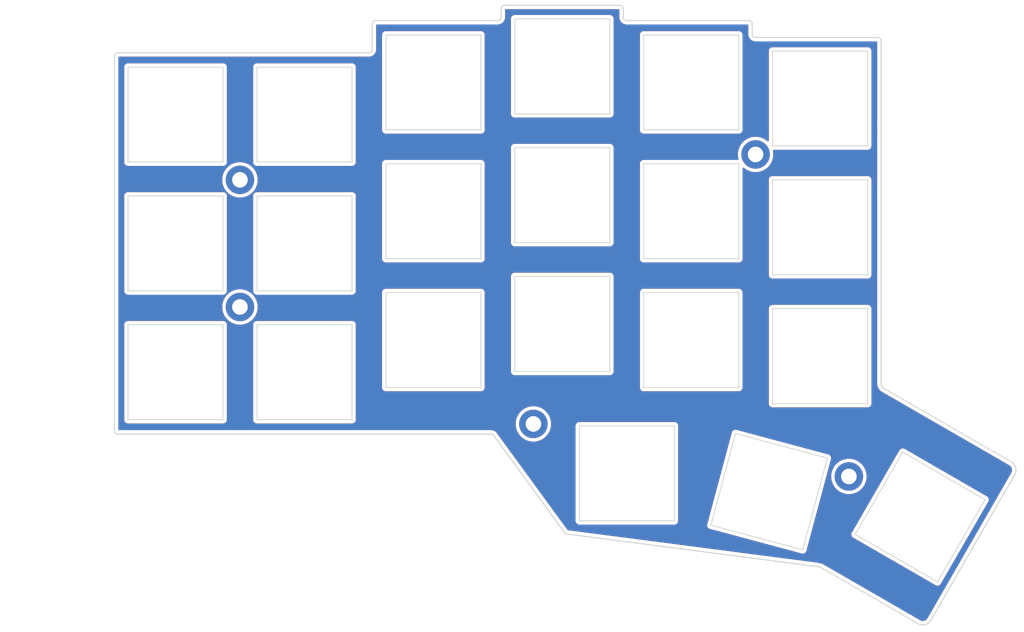
<source format=kicad_pcb>
(kicad_pcb (version 20240108) (generator "pcbnew") (generator_version "8.0")
  (title_block (title "Corne Top Plate") (date "2018-12-09") (rev "2.1") (company "foostan"))
  (layers (0 "F.Cu" signal) (31 "B.Cu" signal) (34 "B.Paste" user) (35 "F.Paste" user) (36 "B.SilkS" user "B.Silkscreen") (37 "F.SilkS" user "F.Silkscreen") (38 "B.Mask" user) (39 "F.Mask" user) (44 "Edge.Cuts" user))
  (net 0 "")
  (footprint "kbd:M2_Hole_TH" (layer "F.Cu") (at 79.5 86.75)
    (property "Reference" "" (at 0 -3.2 0) (layer "F.SilkS"))
    (property "Value" "")
    (pad "" thru_hole circle (at 0 0) (size 4.2 4.2) (drill 2.3) (layers "*.Cu" "*.Mask"))
  )
  (footprint "kbd:M2_Hole_TH" (layer "F.Cu") (at 79.5 105.5)
    (property "Reference" "" (at 0 -3.2 0) (layer "F.SilkS"))
    (property "Value" "")
    (pad "" thru_hole circle (at 0 0) (size 4.2 4.2) (drill 2.3) (layers "*.Cu" "*.Mask"))
  )
  (footprint "kbd:M2_Hole_TH" (layer "F.Cu") (at 155.5 83)
    (property "Reference" "" (at 0 -3.2 0) (layer "F.SilkS"))
    (property "Value" "")
    (pad "" thru_hole circle (at 0 0) (size 4.2 4.2) (drill 2.3) (layers "*.Cu" "*.Mask"))
  )
  (footprint "kbd:M2_Hole_TH" (layer "F.Cu") (at 122.75 122.75)
    (property "Reference" "" (at 0 -3.2 0) (layer "F.SilkS"))
    (property "Value" "")
    (pad "" thru_hole circle (at 0 0) (size 4.2 4.2) (drill 2.3) (layers "*.Cu" "*.Mask"))
  )
  (footprint "kbd:M2_Hole_TH" (layer "F.Cu") (at 169.25 130.5)
    (property "Reference" "" (at 0 -3.2 0) (layer "F.SilkS"))
    (property "Value" "")
    (pad "" thru_hole circle (at 0 0) (size 4.2 4.2) (drill 2.3) (layers "*.Cu" "*.Mask"))
  )
  (footprint "kbd:SW_Hole" (layer "F.Cu") (at 70.01 77.125)
    (property "Reference" "SW2" (hide yes))
    (property "Value" "KEY_SWITCH" (hide yes))
    (fp_line (start -7 -7) (end -7 7) (stroke (width 0.12)) (layer "Edge.Cuts"))
    (fp_line (start -7 7) (end 7 7) (stroke (width 0.12)) (layer "Edge.Cuts"))
    (fp_line (start 7 -7) (end -7 -7) (stroke (width 0.12)) (layer "Edge.Cuts"))
    (fp_line (start 7 7) (end 7 -7) (stroke (width 0.12)) (layer "Edge.Cuts"))
  )
  (footprint "kbd:SW_Hole" (layer "F.Cu") (at 70.01 96.125)
    (property "Reference" "SW2" (hide yes))
    (property "Value" "KEY_SWITCH" (hide yes))
    (fp_line (start -7 -7) (end -7 7) (stroke (width 0.12)) (layer "Edge.Cuts"))
    (fp_line (start -7 7) (end 7 7) (stroke (width 0.12)) (layer "Edge.Cuts"))
    (fp_line (start 7 -7) (end -7 -7) (stroke (width 0.12)) (layer "Edge.Cuts"))
    (fp_line (start 7 7) (end 7 -7) (stroke (width 0.12)) (layer "Edge.Cuts"))
  )
  (footprint "kbd:SW_Hole" (layer "F.Cu") (at 70.01 115.125)
    (property "Reference" "SW2" (hide yes))
    (property "Value" "KEY_SWITCH" (hide yes))
    (fp_line (start -7 -7) (end -7 7) (stroke (width 0.12)) (layer "Edge.Cuts"))
    (fp_line (start -7 7) (end 7 7) (stroke (width 0.12)) (layer "Edge.Cuts"))
    (fp_line (start 7 -7) (end -7 -7) (stroke (width 0.12)) (layer "Edge.Cuts"))
    (fp_line (start 7 7) (end 7 -7) (stroke (width 0.12)) (layer "Edge.Cuts"))
  )
  (footprint "kbd:SW_Hole" (layer "F.Cu") (at 89.01 77.125)
    (property "Reference" "SW2" (hide yes))
    (property "Value" "KEY_SWITCH" (hide yes))
    (fp_line (start -7 -7) (end -7 7) (stroke (width 0.12)) (layer "Edge.Cuts"))
    (fp_line (start -7 7) (end 7 7) (stroke (width 0.12)) (layer "Edge.Cuts"))
    (fp_line (start 7 -7) (end -7 -7) (stroke (width 0.12)) (layer "Edge.Cuts"))
    (fp_line (start 7 7) (end 7 -7) (stroke (width 0.12)) (layer "Edge.Cuts"))
  )
  (footprint "kbd:SW_Hole" (layer "F.Cu") (at 89.01 115.125)
    (property "Reference" "SW2" (hide yes))
    (property "Value" "KEY_SWITCH" (hide yes))
    (fp_line (start -7 -7) (end -7 7) (stroke (width 0.12)) (layer "Edge.Cuts"))
    (fp_line (start -7 7) (end 7 7) (stroke (width 0.12)) (layer "Edge.Cuts"))
    (fp_line (start 7 -7) (end -7 -7) (stroke (width 0.12)) (layer "Edge.Cuts"))
    (fp_line (start 7 7) (end 7 -7) (stroke (width 0.12)) (layer "Edge.Cuts"))
  )
  (footprint "kbd:SW_Hole" (layer "F.Cu") (at 89.01 96.125)
    (property "Reference" "SW2" (hide yes))
    (property "Value" "KEY_SWITCH" (hide yes))
    (fp_line (start -7 -7) (end -7 7) (stroke (width 0.12)) (layer "Edge.Cuts"))
    (fp_line (start -7 7) (end 7 7) (stroke (width 0.12)) (layer "Edge.Cuts"))
    (fp_line (start 7 -7) (end -7 -7) (stroke (width 0.12)) (layer "Edge.Cuts"))
    (fp_line (start 7 7) (end 7 -7) (stroke (width 0.12)) (layer "Edge.Cuts"))
  )
  (footprint "kbd:SW_Hole" (layer "F.Cu") (at 108.01 72.375)
    (property "Reference" "SW2" (hide yes))
    (property "Value" "KEY_SWITCH" (hide yes))
    (fp_line (start -7 -7) (end -7 7) (stroke (width 0.12)) (layer "Edge.Cuts"))
    (fp_line (start -7 7) (end 7 7) (stroke (width 0.12)) (layer "Edge.Cuts"))
    (fp_line (start 7 -7) (end -7 -7) (stroke (width 0.12)) (layer "Edge.Cuts"))
    (fp_line (start 7 7) (end 7 -7) (stroke (width 0.12)) (layer "Edge.Cuts"))
  )
  (footprint "kbd:SW_Hole" (layer "F.Cu") (at 108.01 110.375)
    (property "Reference" "SW2" (hide yes))
    (property "Value" "KEY_SWITCH" (hide yes))
    (fp_line (start -7 -7) (end -7 7) (stroke (width 0.12)) (layer "Edge.Cuts"))
    (fp_line (start -7 7) (end 7 7) (stroke (width 0.12)) (layer "Edge.Cuts"))
    (fp_line (start 7 -7) (end -7 -7) (stroke (width 0.12)) (layer "Edge.Cuts"))
    (fp_line (start 7 7) (end 7 -7) (stroke (width 0.12)) (layer "Edge.Cuts"))
  )
  (footprint "kbd:SW_Hole" (layer "F.Cu") (at 108.01 91.375)
    (property "Reference" "SW2" (hide yes))
    (property "Value" "KEY_SWITCH" (hide yes))
    (fp_line (start -7 -7) (end -7 7) (stroke (width 0.12)) (layer "Edge.Cuts"))
    (fp_line (start -7 7) (end 7 7) (stroke (width 0.12)) (layer "Edge.Cuts"))
    (fp_line (start 7 -7) (end -7 -7) (stroke (width 0.12)) (layer "Edge.Cuts"))
    (fp_line (start 7 7) (end 7 -7) (stroke (width 0.12)) (layer "Edge.Cuts"))
  )
  (footprint "kbd:SW_Hole" (layer "F.Cu") (at 127.01 70)
    (property "Reference" "SW2" (hide yes))
    (property "Value" "KEY_SWITCH" (hide yes))
    (fp_line (start -7 -7) (end -7 7) (stroke (width 0.12)) (layer "Edge.Cuts"))
    (fp_line (start -7 7) (end 7 7) (stroke (width 0.12)) (layer "Edge.Cuts"))
    (fp_line (start 7 -7) (end -7 -7) (stroke (width 0.12)) (layer "Edge.Cuts"))
    (fp_line (start 7 7) (end 7 -7) (stroke (width 0.12)) (layer "Edge.Cuts"))
  )
  (footprint "kbd:SW_Hole" (layer "F.Cu") (at 127.01 108)
    (property "Reference" "SW2" (hide yes))
    (property "Value" "KEY_SWITCH" (hide yes))
    (fp_line (start -7 -7) (end -7 7) (stroke (width 0.12)) (layer "Edge.Cuts"))
    (fp_line (start -7 7) (end 7 7) (stroke (width 0.12)) (layer "Edge.Cuts"))
    (fp_line (start 7 -7) (end -7 -7) (stroke (width 0.12)) (layer "Edge.Cuts"))
    (fp_line (start 7 7) (end 7 -7) (stroke (width 0.12)) (layer "Edge.Cuts"))
  )
  (footprint "kbd:SW_Hole" (layer "F.Cu") (at 127.01 89)
    (property "Reference" "SW2" (hide yes))
    (property "Value" "KEY_SWITCH" (hide yes))
    (fp_line (start -7 -7) (end -7 7) (stroke (width 0.12)) (layer "Edge.Cuts"))
    (fp_line (start -7 7) (end 7 7) (stroke (width 0.12)) (layer "Edge.Cuts"))
    (fp_line (start 7 -7) (end -7 -7) (stroke (width 0.12)) (layer "Edge.Cuts"))
    (fp_line (start 7 7) (end 7 -7) (stroke (width 0.12)) (layer "Edge.Cuts"))
  )
  (footprint "kbd:SW_Hole" (layer "F.Cu") (at 146.01 110.375)
    (property "Reference" "SW2" (hide yes))
    (property "Value" "KEY_SWITCH" (hide yes))
    (fp_line (start -7 -7) (end -7 7) (stroke (width 0.12)) (layer "Edge.Cuts"))
    (fp_line (start -7 7) (end 7 7) (stroke (width 0.12)) (layer "Edge.Cuts"))
    (fp_line (start 7 -7) (end -7 -7) (stroke (width 0.12)) (layer "Edge.Cuts"))
    (fp_line (start 7 7) (end 7 -7) (stroke (width 0.12)) (layer "Edge.Cuts"))
  )
  (footprint "kbd:SW_Hole" (layer "F.Cu") (at 146.01 72.375)
    (property "Reference" "SW2" (hide yes))
    (property "Value" "KEY_SWITCH" (hide yes))
    (fp_line (start -7 -7) (end -7 7) (stroke (width 0.12)) (layer "Edge.Cuts"))
    (fp_line (start -7 7) (end 7 7) (stroke (width 0.12)) (layer "Edge.Cuts"))
    (fp_line (start 7 -7) (end -7 -7) (stroke (width 0.12)) (layer "Edge.Cuts"))
    (fp_line (start 7 7) (end 7 -7) (stroke (width 0.12)) (layer "Edge.Cuts"))
  )
  (footprint "kbd:SW_Hole" (layer "F.Cu") (at 146.01 91.375)
    (property "Reference" "SW2" (hide yes))
    (property "Value" "KEY_SWITCH" (hide yes))
    (fp_line (start -7 -7) (end -7 7) (stroke (width 0.12)) (layer "Edge.Cuts"))
    (fp_line (start -7 7) (end 7 7) (stroke (width 0.12)) (layer "Edge.Cuts"))
    (fp_line (start 7 -7) (end -7 -7) (stroke (width 0.12)) (layer "Edge.Cuts"))
    (fp_line (start 7 7) (end 7 -7) (stroke (width 0.12)) (layer "Edge.Cuts"))
  )
  (footprint "kbd:SW_Hole" (layer "F.Cu") (at 165.01 93.75)
    (property "Reference" "SW2" (hide yes))
    (property "Value" "KEY_SWITCH" (hide yes))
    (fp_line (start -7 -7) (end -7 7) (stroke (width 0.12)) (layer "Edge.Cuts"))
    (fp_line (start -7 7) (end 7 7) (stroke (width 0.12)) (layer "Edge.Cuts"))
    (fp_line (start 7 -7) (end -7 -7) (stroke (width 0.12)) (layer "Edge.Cuts"))
    (fp_line (start 7 7) (end 7 -7) (stroke (width 0.12)) (layer "Edge.Cuts"))
  )
  (footprint "kbd:SW_Hole" (layer "F.Cu") (at 165.01 74.75)
    (property "Reference" "SW2" (hide yes))
    (property "Value" "KEY_SWITCH" (hide yes))
    (fp_line (start -7 -7) (end -7 7) (stroke (width 0.12)) (layer "Edge.Cuts"))
    (fp_line (start -7 7) (end 7 7) (stroke (width 0.12)) (layer "Edge.Cuts"))
    (fp_line (start 7 -7) (end -7 -7) (stroke (width 0.12)) (layer "Edge.Cuts"))
    (fp_line (start 7 7) (end 7 -7) (stroke (width 0.12)) (layer "Edge.Cuts"))
  )
  (footprint "kbd:SW_Hole" (layer "F.Cu") (at 165.01 112.75)
    (property "Reference" "SW2" (hide yes))
    (property "Value" "KEY_SWITCH" (hide yes))
    (fp_line (start -7 -7) (end -7 7) (stroke (width 0.12)) (layer "Edge.Cuts"))
    (fp_line (start -7 7) (end 7 7) (stroke (width 0.12)) (layer "Edge.Cuts"))
    (fp_line (start 7 -7) (end -7 -7) (stroke (width 0.12)) (layer "Edge.Cuts"))
    (fp_line (start 7 7) (end 7 -7) (stroke (width 0.12)) (layer "Edge.Cuts"))
  )
  (footprint "kbd:SW_Hole" (layer "F.Cu") (at 136.53 130.035)
    (property "Reference" "SW2" (hide yes))
    (property "Value" "KEY_SWITCH" (hide yes))
    (fp_line (start -7 -7) (end -7 7) (stroke (width 0.12)) (layer "Edge.Cuts"))
    (fp_line (start -7 7) (end 7 7) (stroke (width 0.12)) (layer "Edge.Cuts"))
    (fp_line (start 7 -7) (end -7 -7) (stroke (width 0.12)) (layer "Edge.Cuts"))
    (fp_line (start 7 7) (end 7 -7) (stroke (width 0.12)) (layer "Edge.Cuts"))
  )
  (footprint "kbd:SW_Hole" (layer "F.Cu") (at 157.492 132.744 -15)
    (property "Reference" "SW2" (hide yes))
    (property "Value" "KEY_SWITCH" (hide yes))
    (fp_line (start -7 7) (end 7 7) (stroke (width 0.12)) (layer "Edge.Cuts"))
    (fp_line (start -7 -7) (end -7 7) (stroke (width 0.12)) (layer "Edge.Cuts"))
    (fp_line (start 7 7) (end 7 -7) (stroke (width 0.12)) (layer "Edge.Cuts"))
    (fp_line (start 7 -7) (end -7 -7) (stroke (width 0.12)) (layer "Edge.Cuts"))
  )
  (footprint "kbd:SW_Hole" (layer "F.Cu") (at 179.75 136.485 -30)
    (property "Reference" "SW2" (hide yes))
    (property "Value" "KEY_SWITCH" (hide yes))
    (fp_line (start -7 7) (end 7 7) (stroke (width 0.12)) (layer "Edge.Cuts"))
    (fp_line (start -7 -7) (end -7 7) (stroke (width 0.12)) (layer "Edge.Cuts"))
    (fp_line (start 7 7) (end 7 -7) (stroke (width 0.12)) (layer "Edge.Cuts"))
    (fp_line (start 7 -7) (end -7 -7) (stroke (width 0.12)) (layer "Edge.Cuts"))
  )
  (footprint "kbd:corne-logo-horizontal-mask" (layer "F.Cu") (at 108.335 121.925)
    (property "Reference" "G***" (hide yes))
    (property "Value" "LOGO" (hide yes))
  )
  (footprint "kbd:corne-logo-horizontal-mask" (layer "B.Cu") (at 108.085 121.975 180)
    (property "Reference" "G***" (hide yes))
    (property "Value" "LOGO" (hide yes))
  )
  (gr_arc (start 193.270509 128.396988) (mid 193.860661 129.282182) (end 193.65 130.325) (stroke (width 0.15)) (layer "Edge.Cuts"))
  (gr_arc (start 155.5 65.75) (mid 155.146447 65.603553) (end 155 65.25) (stroke (width 0.15)) (layer "Edge.Cuts"))
  (gr_arc (start 61.5 124.25) (mid 61.146447 124.103553) (end 61 123.75) (stroke (width 0.15)) (layer "Edge.Cuts"))
  (gr_arc (start 99 63.75) (mid 99.146447 63.396447) (end 99.5 63.25) (stroke (width 0.15)) (layer "Edge.Cuts"))
  (gr_arc (start 118 62.75) (mid 117.853553 63.103553) (end 117.5 63.25) (stroke (width 0.15)) (layer "Edge.Cuts"))
  (gr_line (start 155 65.25) (end 155 63.75) (stroke (width 0.15)) (layer "Edge.Cuts"))
  (gr_line (start 116.853553 124.396447) (end 127.396447 138.853553) (stroke (width 0.15)) (layer "Edge.Cuts"))
  (gr_line (start 181.297263 151.781465) (end 193.65 130.325) (stroke (width 0.15)) (layer "Edge.Cuts"))
  (gr_line (start 117.5 63.25) (end 99.5 63.25) (stroke (width 0.15)) (layer "Edge.Cuts"))
  (gr_arc (start 127.75 139) (mid 127.558658 138.96194) (end 127.396447 138.853553) (stroke (width 0.15)) (layer "Edge.Cuts"))
  (gr_arc (start 174.35 117.475) (mid 174.096093 117.183739) (end 173.997282 116.810192) (stroke (width 0.15)) (layer "Edge.Cuts"))
  (gr_line (start 165.075 143.9) (end 179.369251 152.160956) (stroke (width 0.15)) (layer "Edge.Cuts"))
  (gr_line (start 61 68.5) (end 61 123.75) (stroke (width 0.15)) (layer "Edge.Cuts"))
  (gr_line (start 116.5 124.25) (end 61.5 124.25) (stroke (width 0.15)) (layer "Edge.Cuts"))
  (gr_arc (start 136.5 63.25) (mid 136.146447 63.103553) (end 136 62.75) (stroke (width 0.15)) (layer "Edge.Cuts"))
  (gr_line (start 173.5 65.75) (end 155.5 65.75) (stroke (width 0.15)) (layer "Edge.Cuts"))
  (gr_arc (start 135.5 61) (mid 135.853553 61.146447) (end 136 61.5) (stroke (width 0.15)) (layer "Edge.Cuts"))
  (gr_line (start 136 62.75) (end 136 61.5) (stroke (width 0.15)) (layer "Edge.Cuts"))
  (gr_line (start 118 61.5) (end 118 62.75) (stroke (width 0.15)) (layer "Edge.Cuts"))
  (gr_arc (start 154.5 63.25) (mid 154.853553 63.396447) (end 155 63.75) (stroke (width 0.15)) (layer "Edge.Cuts"))
  (gr_arc (start 181.297263 151.781465) (mid 180.412069 152.371617) (end 179.369251 152.160956) (stroke (width 0.15)) (layer "Edge.Cuts"))
  (gr_line (start 99 63.75) (end 99 67.5) (stroke (width 0.15)) (layer "Edge.Cuts"))
  (gr_line (start 98.5 68) (end 61.5 68) (stroke (width 0.15)) (layer "Edge.Cuts"))
  (gr_line (start 174 66.25) (end 173.997282 116.810192) (stroke (width 0.15)) (layer "Edge.Cuts"))
  (gr_arc (start 164.420556 143.770344) (mid 164.750952 143.819149) (end 165.075 143.9) (stroke (width 0.15)) (layer "Edge.Cuts"))
  (gr_line (start 127.75 139) (end 164.420556 143.770344) (stroke (width 0.15)) (layer "Edge.Cuts"))
  (gr_line (start 135.5 61) (end 118.5 61) (stroke (width 0.15)) (layer "Edge.Cuts"))
  (gr_arc (start 61 68.5) (mid 61.146447 68.146447) (end 61.5 68) (stroke (width 0.15)) (layer "Edge.Cuts"))
  (gr_arc (start 99 67.5) (mid 98.853553 67.853553) (end 98.5 68) (stroke (width 0.15)) (layer "Edge.Cuts"))
  (gr_arc (start 173.5 65.75) (mid 173.853553 65.896447) (end 174 66.25) (stroke (width 0.15)) (layer "Edge.Cuts"))
  (gr_arc (start 116.5 124.25) (mid 116.691342 124.28806) (end 116.853553 124.396447) (stroke (width 0.15)) (layer "Edge.Cuts"))
  (gr_line (start 193.270509 128.396988) (end 174.35 117.475) (stroke (width 0.15)) (layer "Edge.Cuts"))
  (gr_arc (start 118 61.5) (mid 118.146447 61.146447) (end 118.5 61) (stroke (width 0.15)) (layer "Edge.Cuts"))
  (gr_line (start 154.5 63.25) (end 136.5 63.25) (stroke (width 0.15)) (layer "Edge.Cuts"))
  (zone (net 0) (net_name "") (layer "F.Cu") (connect_pads (clearance 0.508)) (min_thickness 0.254) (fill yes (thermal_gap 0.508) (thermal_bridge_width 0.508))
    (polygon (pts (xy 136.535 62.875) (xy 155.56 62.875) (xy 155.56 65.225) (xy 174.535 65.225) (xy 174.535 116.7) (xy 195.085 128.65) (xy 180.71 153.475) (xy 164.86 144.3) (xy 127.31 139.425) (xy 116.635 124.65) (xy 60.485 124.65) (xy 60.485 67.6) (xy 98.485 67.6) (xy 98.485 62.85) (xy 117.485 62.85) (xy 117.485 60.475) (xy 136.535 60.475)))
  )
  (zone (net 0) (net_name "") (layer "B.Cu") (connect_pads (clearance 0.508)) (min_thickness 0.254) (fill yes (thermal_gap 0.508) (thermal_bridge_width 0.508))
    (polygon (pts (xy 136.535 62.85) (xy 155.56 62.85) (xy 155.56 65.225) (xy 174.535 65.225) (xy 174.535 116.7) (xy 195.035 128.625) (xy 180.71 153.45) (xy 164.91 144.325) (xy 127.31 139.425) (xy 116.635 124.65) (xy 60.485 124.65) (xy 60.485 67.6) (xy 98.485 67.6) (xy 98.485 62.85) (xy 117.485 62.875) (xy 117.485 60.475) (xy 136.535 60.475)))
  )
)
</source>
